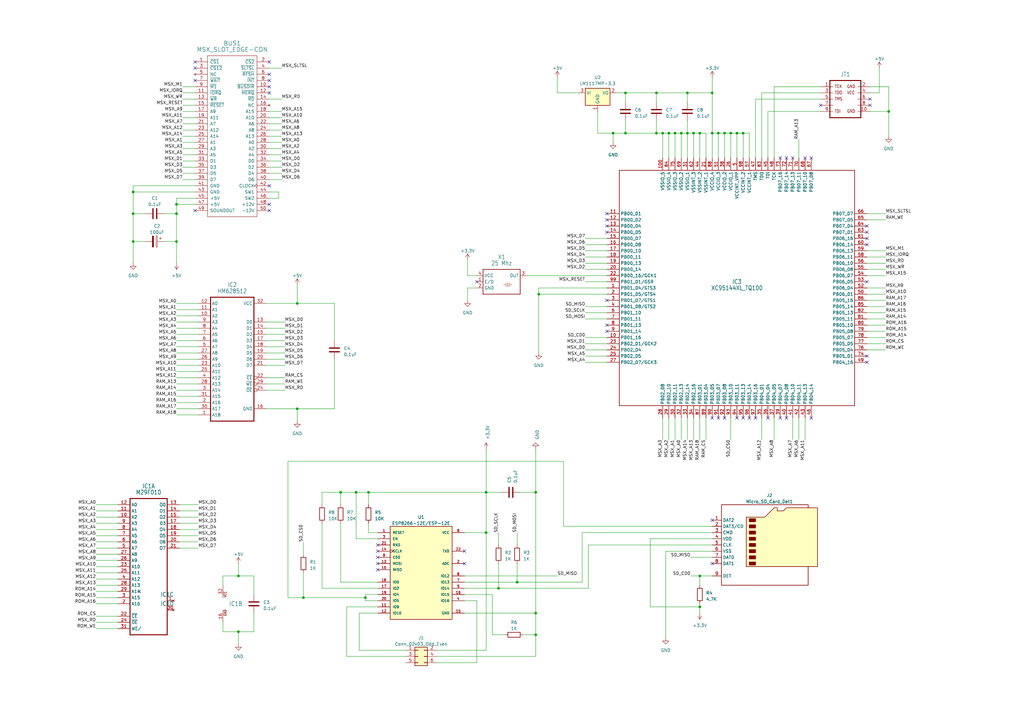
<source format=kicad_sch>
(kicad_sch (version 20230121) (generator eeschema)
  (paper "A3")
  (title_block (title "microSDMapper v1.1") (date "2023-03-20") (rev "1.1") (company "The Retro Hacker") (comment 1 "Original circuit by Luciano Sturaro") (comment 2 "Reloaded by Cristiano Goncalves") (comment 4 "microSD Mapper v1.1"))
  (junction (at 271.78 54.61))
  (junction (at 279.4 54.61))
  (junction (at 297.18 54.61))
  (junction (at 121.92 167.64))
  (junction (at 97.79 259.08))
  (junction (at 299.72 54.61))
  (junction (at 124.46 245.11))
  (junction (at 121.92 124.46))
  (junction (at 302.26 54.61))
  (junction (at 304.8 54.61))
  (junction (at 269.24 54.61))
  (junction (at 292.1 38.1))
  (junction (at 284.48 54.61))
  (junction (at 220.98 120.65))
  (junction (at 72.39 83.82))
  (junction (at 287.02 236.22))
  (junction (at 149.86 245.11))
  (junction (at 139.7 201.93))
  (junction (at 212.09 238.76))
  (junction (at 72.39 99.06))
  (junction (at 199.39 201.93))
  (junction (at 287.02 248.92))
  (junction (at 251.46 54.61))
  (junction (at 54.61 99.06))
  (junction (at 256.54 38.1))
  (junction (at 54.61 87.63))
  (junction (at 287.02 54.61))
  (junction (at 281.94 38.1))
  (junction (at 292.1 54.61))
  (junction (at 274.32 54.61))
  (junction (at 146.05 201.93))
  (junction (at 219.71 201.93))
  (junction (at 54.61 78.74))
  (junction (at 269.24 38.1))
  (junction (at 364.49 45.72))
  (junction (at 204.47 241.3))
  (junction (at 219.71 251.46))
  (junction (at 151.13 201.93))
  (junction (at 281.94 54.61))
  (junction (at 72.39 87.63))
  (junction (at 276.86 54.61))
  (junction (at 294.64 54.61))
  (junction (at 97.79 236.22))
  (junction (at 199.39 218.44))
  (junction (at 256.54 54.61))
  (junction (at 219.71 260.35))
  (no_connect (at 154.94 228.6))
  (no_connect (at 330.2 64.77))
  (no_connect (at 190.5 231.14))
  (no_connect (at 190.5 226.06))
  (no_connect (at 154.94 231.14))
  (no_connect (at 325.12 64.77))
  (no_connect (at 110.49 25.4))
  (no_connect (at 355.6 92.71))
  (no_connect (at 355.6 100.33))
  (no_connect (at 355.6 146.05))
  (no_connect (at 248.92 87.63))
  (no_connect (at 154.94 233.68))
  (no_connect (at 154.94 226.06))
  (no_connect (at 320.04 171.45))
  (no_connect (at 355.6 115.57))
  (no_connect (at 80.01 27.94))
  (no_connect (at 248.92 95.25))
  (no_connect (at 110.49 33.02))
  (no_connect (at 292.1 231.14))
  (no_connect (at 332.74 171.45))
  (no_connect (at 195.58 115.57))
  (no_connect (at 110.49 76.2))
  (no_connect (at 336.55 43.18))
  (no_connect (at 322.58 171.45))
  (no_connect (at 304.8 171.45))
  (no_connect (at 80.01 25.4))
  (no_connect (at 110.49 83.82))
  (no_connect (at 309.88 171.45))
  (no_connect (at 355.6 97.79))
  (no_connect (at 322.58 64.77))
  (no_connect (at 320.04 64.77))
  (no_connect (at 110.49 38.1))
  (no_connect (at 110.49 30.48))
  (no_connect (at 248.92 123.19))
  (no_connect (at 248.92 92.71))
  (no_connect (at 80.01 33.02))
  (no_connect (at 248.92 133.35))
  (no_connect (at 292.1 171.45))
  (no_connect (at 294.64 171.45))
  (no_connect (at 307.34 171.45))
  (no_connect (at 355.6 148.59))
  (no_connect (at 355.6 95.25))
  (no_connect (at 57.15 242.57))
  (no_connect (at 248.92 90.17))
  (no_connect (at 292.1 213.36))
  (no_connect (at 314.96 171.45))
  (no_connect (at 248.92 135.89))
  (no_connect (at 297.18 171.45))
  (no_connect (at 332.74 64.77))
  (no_connect (at 110.49 35.56))
  (no_connect (at 110.49 86.36))
  (no_connect (at 154.94 223.52))
  (no_connect (at 356.87 40.64))
  (no_connect (at 356.87 43.18))
  (no_connect (at 302.26 171.45))
  (no_connect (at 80.01 86.36))
  (wire (pts (xy 276.86 54.61) (xy 276.86 64.77)))
  (wire (pts (xy 240.03 128.27) (xy 248.92 128.27)))
  (wire (pts (xy 240.03 146.05) (xy 248.92 146.05)))
  (wire (pts (xy 355.6 120.65) (xy 363.22 120.65)))
  (wire (pts (xy 91.44 255.27) (xy 91.44 259.08)))
  (wire (pts (xy 74.93 48.26) (xy 80.01 48.26)))
  (wire (pts (xy 287.02 247.65) (xy 287.02 248.92)))
  (wire (pts (xy 231.14 215.9) (xy 231.14 189.23)))
  (wire (pts (xy 67.31 87.63) (xy 72.39 87.63)))
  (wire (pts (xy 72.39 162.56) (xy 81.28 162.56)))
  (wire (pts (xy 219.71 260.35) (xy 219.71 251.46)))
  (wire (pts (xy 166.37 269.24) (xy 142.24 269.24)))
  (wire (pts (xy 97.79 231.14) (xy 97.79 236.22)))
  (wire (pts (xy 109.22 142.24) (xy 116.84 142.24)))
  (wire (pts (xy 256.54 54.61) (xy 269.24 54.61)))
  (wire (pts (xy 292.1 31.75) (xy 292.1 38.1)))
  (wire (pts (xy 74.93 66.04) (xy 80.01 66.04)))
  (wire (pts (xy 219.71 201.93) (xy 219.71 251.46)))
  (wire (pts (xy 110.49 55.88) (xy 115.57 55.88)))
  (wire (pts (xy 110.49 68.58) (xy 115.57 68.58)))
  (wire (pts (xy 256.54 38.1) (xy 252.73 38.1)))
  (wire (pts (xy 355.6 102.87) (xy 363.22 102.87)))
  (wire (pts (xy 114.3 81.28) (xy 110.49 81.28)))
  (wire (pts (xy 294.64 54.61) (xy 292.1 54.61)))
  (wire (pts (xy 121.92 167.64) (xy 121.92 172.72)))
  (wire (pts (xy 146.05 220.98) (xy 154.94 220.98)))
  (wire (pts (xy 72.39 83.82) (xy 72.39 87.63)))
  (wire (pts (xy 214.63 260.35) (xy 219.71 260.35)))
  (wire (pts (xy 142.24 248.92) (xy 154.94 248.92)))
  (wire (pts (xy 219.71 269.24) (xy 219.71 260.35)))
  (wire (pts (xy 104.14 236.22) (xy 97.79 236.22)))
  (wire (pts (xy 204.47 241.3) (xy 241.3 241.3)))
  (wire (pts (xy 355.6 140.97) (xy 363.22 140.97)))
  (wire (pts (xy 245.11 54.61) (xy 251.46 54.61)))
  (wire (pts (xy 302.26 54.61) (xy 299.72 54.61)))
  (wire (pts (xy 237.49 38.1) (xy 228.6 38.1)))
  (wire (pts (xy 317.5 171.45) (xy 317.5 180.34)))
  (wire (pts (xy 72.39 129.54) (xy 81.28 129.54)))
  (wire (pts (xy 54.61 87.63) (xy 54.61 99.06)))
  (wire (pts (xy 231.14 189.23) (xy 118.11 189.23)))
  (wire (pts (xy 284.48 54.61) (xy 287.02 54.61)))
  (wire (pts (xy 110.49 50.8) (xy 115.57 50.8)))
  (wire (pts (xy 312.42 64.77) (xy 312.42 38.1)))
  (wire (pts (xy 72.39 83.82) (xy 80.01 83.82)))
  (wire (pts (xy 142.24 269.24) (xy 142.24 248.92)))
  (wire (pts (xy 240.03 107.95) (xy 248.92 107.95)))
  (wire (pts (xy 72.39 139.7) (xy 81.28 139.7)))
  (wire (pts (xy 151.13 201.93) (xy 199.39 201.93)))
  (wire (pts (xy 110.49 58.42) (xy 115.57 58.42)))
  (wire (pts (xy 39.37 214.63) (xy 48.26 214.63)))
  (wire (pts (xy 74.93 71.12) (xy 80.01 71.12)))
  (wire (pts (xy 281.94 54.61) (xy 284.48 54.61)))
  (wire (pts (xy 287.02 171.45) (xy 287.02 180.34)))
  (wire (pts (xy 251.46 58.42) (xy 251.46 54.61)))
  (wire (pts (xy 299.72 171.45) (xy 299.72 180.34)))
  (wire (pts (xy 73.66 222.25) (xy 81.28 222.25)))
  (wire (pts (xy 355.6 87.63) (xy 363.22 87.63)))
  (wire (pts (xy 213.36 201.93) (xy 219.71 201.93)))
  (wire (pts (xy 80.01 81.28) (xy 72.39 81.28)))
  (wire (pts (xy 281.94 38.1) (xy 281.94 41.91)))
  (wire (pts (xy 118.11 245.11) (xy 124.46 245.11)))
  (wire (pts (xy 289.56 64.77) (xy 289.56 54.61)))
  (wire (pts (xy 309.88 64.77) (xy 309.88 40.64)))
  (wire (pts (xy 121.92 116.84) (xy 121.92 124.46)))
  (wire (pts (xy 146.05 201.93) (xy 146.05 220.98)))
  (wire (pts (xy 72.39 152.4) (xy 81.28 152.4)))
  (wire (pts (xy 121.92 124.46) (xy 137.16 124.46)))
  (wire (pts (xy 72.39 137.16) (xy 81.28 137.16)))
  (wire (pts (xy 109.22 160.02) (xy 116.84 160.02)))
  (wire (pts (xy 240.03 100.33) (xy 248.92 100.33)))
  (wire (pts (xy 39.37 252.73) (xy 48.26 252.73)))
  (wire (pts (xy 355.6 143.51) (xy 363.22 143.51)))
  (wire (pts (xy 179.07 266.7) (xy 199.39 266.7)))
  (wire (pts (xy 266.7 248.92) (xy 287.02 248.92)))
  (wire (pts (xy 109.22 157.48) (xy 116.84 157.48)))
  (wire (pts (xy 355.6 128.27) (xy 363.22 128.27)))
  (wire (pts (xy 110.49 53.34) (xy 115.57 53.34)))
  (wire (pts (xy 355.6 123.19) (xy 363.22 123.19)))
  (wire (pts (xy 149.86 246.38) (xy 149.86 245.11)))
  (wire (pts (xy 220.98 118.11) (xy 220.98 120.65)))
  (wire (pts (xy 110.49 73.66) (xy 115.57 73.66)))
  (wire (pts (xy 39.37 209.55) (xy 48.26 209.55)))
  (wire (pts (xy 154.94 218.44) (xy 151.13 218.44)))
  (wire (pts (xy 212.09 238.76) (xy 238.76 238.76)))
  (wire (pts (xy 190.5 236.22) (xy 228.6 236.22)))
  (wire (pts (xy 97.79 259.08) (xy 104.14 259.08)))
  (wire (pts (xy 297.18 54.61) (xy 294.64 54.61)))
  (wire (pts (xy 118.11 189.23) (xy 118.11 245.11)))
  (wire (pts (xy 204.47 218.44) (xy 204.47 223.52)))
  (wire (pts (xy 139.7 201.93) (xy 146.05 201.93)))
  (wire (pts (xy 124.46 222.25) (xy 124.46 227.33)))
  (wire (pts (xy 317.5 35.56) (xy 336.55 35.56)))
  (wire (pts (xy 74.93 58.42) (xy 80.01 58.42)))
  (wire (pts (xy 201.93 243.84) (xy 201.93 260.35)))
  (wire (pts (xy 279.4 54.61) (xy 279.4 64.77)))
  (wire (pts (xy 147.32 266.7) (xy 147.32 251.46)))
  (wire (pts (xy 72.39 160.02) (xy 81.28 160.02)))
  (wire (pts (xy 114.3 78.74) (xy 114.3 81.28)))
  (wire (pts (xy 276.86 171.45) (xy 276.86 180.34)))
  (wire (pts (xy 281.94 171.45) (xy 281.94 180.34)))
  (wire (pts (xy 132.08 207.01) (xy 132.08 201.93)))
  (wire (pts (xy 314.96 45.72) (xy 336.55 45.72)))
  (wire (pts (xy 240.03 140.97) (xy 248.92 140.97)))
  (wire (pts (xy 110.49 78.74) (xy 114.3 78.74)))
  (wire (pts (xy 73.66 224.79) (xy 81.28 224.79)))
  (wire (pts (xy 74.93 50.8) (xy 80.01 50.8)))
  (wire (pts (xy 302.26 54.61) (xy 302.26 64.77)))
  (wire (pts (xy 195.58 246.38) (xy 195.58 271.78)))
  (wire (pts (xy 139.7 238.76) (xy 139.7 214.63)))
  (wire (pts (xy 72.39 149.86) (xy 81.28 149.86)))
  (wire (pts (xy 149.86 245.11) (xy 149.86 243.84)))
  (wire (pts (xy 195.58 271.78) (xy 179.07 271.78)))
  (wire (pts (xy 72.39 132.08) (xy 81.28 132.08)))
  (wire (pts (xy 269.24 49.53) (xy 269.24 54.61)))
  (wire (pts (xy 199.39 201.93) (xy 199.39 184.15)))
  (wire (pts (xy 292.1 54.61) (xy 292.1 38.1)))
  (wire (pts (xy 72.39 147.32) (xy 81.28 147.32)))
  (wire (pts (xy 283.21 228.6) (xy 292.1 228.6)))
  (wire (pts (xy 74.93 53.34) (xy 80.01 53.34)))
  (wire (pts (xy 294.64 64.77) (xy 294.64 54.61)))
  (wire (pts (xy 240.03 105.41) (xy 248.92 105.41)))
  (wire (pts (xy 238.76 218.44) (xy 238.76 238.76)))
  (wire (pts (xy 245.11 54.61) (xy 245.11 45.72)))
  (wire (pts (xy 39.37 257.81) (xy 48.26 257.81)))
  (wire (pts (xy 287.02 236.22) (xy 287.02 240.03)))
  (wire (pts (xy 287.02 248.92) (xy 287.02 251.46)))
  (wire (pts (xy 72.39 134.62) (xy 81.28 134.62)))
  (wire (pts (xy 355.6 138.43) (xy 363.22 138.43)))
  (wire (pts (xy 355.6 135.89) (xy 363.22 135.89)))
  (wire (pts (xy 74.93 63.5) (xy 80.01 63.5)))
  (wire (pts (xy 72.39 99.06) (xy 72.39 107.95)))
  (wire (pts (xy 80.01 76.2) (xy 54.61 76.2)))
  (wire (pts (xy 292.1 226.06) (xy 273.05 226.06)))
  (wire (pts (xy 110.49 71.12) (xy 115.57 71.12)))
  (wire (pts (xy 72.39 142.24) (xy 81.28 142.24)))
  (wire (pts (xy 240.03 110.49) (xy 248.92 110.49)))
  (wire (pts (xy 355.6 130.81) (xy 363.22 130.81)))
  (wire (pts (xy 297.18 54.61) (xy 297.18 64.77)))
  (wire (pts (xy 72.39 157.48) (xy 81.28 157.48)))
  (wire (pts (xy 72.39 170.18) (xy 81.28 170.18)))
  (wire (pts (xy 304.8 54.61) (xy 302.26 54.61)))
  (wire (pts (xy 166.37 266.7) (xy 147.32 266.7)))
  (wire (pts (xy 356.87 35.56) (xy 364.49 35.56)))
  (wire (pts (xy 312.42 171.45) (xy 312.42 180.34)))
  (wire (pts (xy 271.78 54.61) (xy 274.32 54.61)))
  (wire (pts (xy 287.02 236.22) (xy 292.1 236.22)))
  (wire (pts (xy 149.86 243.84) (xy 154.94 243.84)))
  (wire (pts (xy 284.48 171.45) (xy 284.48 180.34)))
  (wire (pts (xy 110.49 48.26) (xy 115.57 48.26)))
  (wire (pts (xy 274.32 54.61) (xy 276.86 54.61)))
  (wire (pts (xy 104.14 259.08) (xy 104.14 251.46)))
  (wire (pts (xy 190.5 243.84) (xy 201.93 243.84)))
  (wire (pts (xy 109.22 154.94) (xy 116.84 154.94)))
  (wire (pts (xy 110.49 40.64) (xy 115.57 40.64)))
  (wire (pts (xy 274.32 54.61) (xy 274.32 64.77)))
  (wire (pts (xy 289.56 171.45) (xy 289.56 180.34)))
  (wire (pts (xy 72.39 154.94) (xy 81.28 154.94)))
  (wire (pts (xy 292.1 64.77) (xy 292.1 54.61)))
  (wire (pts (xy 39.37 229.87) (xy 48.26 229.87)))
  (wire (pts (xy 364.49 45.72) (xy 364.49 55.88)))
  (wire (pts (xy 39.37 234.95) (xy 48.26 234.95)))
  (wire (pts (xy 39.37 255.27) (xy 48.26 255.27)))
  (wire (pts (xy 251.46 54.61) (xy 256.54 54.61)))
  (wire (pts (xy 231.14 215.9) (xy 292.1 215.9)))
  (wire (pts (xy 179.07 269.24) (xy 219.71 269.24)))
  (wire (pts (xy 271.78 171.45) (xy 271.78 180.34)))
  (wire (pts (xy 109.22 137.16) (xy 116.84 137.16)))
  (wire (pts (xy 39.37 232.41) (xy 48.26 232.41)))
  (wire (pts (xy 195.58 113.03) (xy 191.77 113.03)))
  (wire (pts (xy 240.03 130.81) (xy 248.92 130.81)))
  (wire (pts (xy 109.22 124.46) (xy 121.92 124.46)))
  (wire (pts (xy 355.6 107.95) (xy 363.22 107.95)))
  (wire (pts (xy 228.6 38.1) (xy 228.6 31.75)))
  (wire (pts (xy 124.46 245.11) (xy 149.86 245.11)))
  (wire (pts (xy 110.49 60.96) (xy 115.57 60.96)))
  (wire (pts (xy 73.66 212.09) (xy 81.28 212.09)))
  (wire (pts (xy 39.37 247.65) (xy 48.26 247.65)))
  (wire (pts (xy 240.03 97.79) (xy 248.92 97.79)))
  (wire (pts (xy 54.61 78.74) (xy 54.61 87.63)))
  (wire (pts (xy 109.22 139.7) (xy 116.84 139.7)))
  (wire (pts (xy 317.5 64.77) (xy 317.5 35.56)))
  (wire (pts (xy 190.5 241.3) (xy 204.47 241.3)))
  (wire (pts (xy 191.77 113.03) (xy 191.77 106.68)))
  (wire (pts (xy 137.16 147.32) (xy 137.16 167.64)))
  (wire (pts (xy 248.92 118.11) (xy 220.98 118.11)))
  (wire (pts (xy 240.03 115.57) (xy 248.92 115.57)))
  (wire (pts (xy 39.37 237.49) (xy 48.26 237.49)))
  (wire (pts (xy 279.4 171.45) (xy 279.4 180.34)))
  (wire (pts (xy 287.02 54.61) (xy 289.56 54.61)))
  (wire (pts (xy 274.32 171.45) (xy 274.32 180.34)))
  (wire (pts (xy 132.08 201.93) (xy 139.7 201.93)))
  (wire (pts (xy 72.39 87.63) (xy 72.39 99.06)))
  (wire (pts (xy 307.34 54.61) (xy 304.8 54.61)))
  (wire (pts (xy 190.5 251.46) (xy 219.71 251.46)))
  (wire (pts (xy 248.92 120.65) (xy 220.98 120.65)))
  (wire (pts (xy 39.37 222.25) (xy 48.26 222.25)))
  (wire (pts (xy 276.86 54.61) (xy 279.4 54.61)))
  (wire (pts (xy 146.05 201.93) (xy 151.13 201.93)))
  (wire (pts (xy 266.7 220.98) (xy 266.7 248.92)))
  (wire (pts (xy 132.08 241.3) (xy 154.94 241.3)))
  (wire (pts (xy 355.6 118.11) (xy 363.22 118.11)))
  (wire (pts (xy 220.98 120.65) (xy 220.98 144.78)))
  (wire (pts (xy 109.22 149.86) (xy 116.84 149.86)))
  (wire (pts (xy 39.37 217.17) (xy 48.26 217.17)))
  (wire (pts (xy 190.5 238.76) (xy 212.09 238.76)))
  (wire (pts (xy 269.24 38.1) (xy 281.94 38.1)))
  (wire (pts (xy 110.49 27.94) (xy 115.57 27.94)))
  (wire (pts (xy 240.03 125.73) (xy 248.92 125.73)))
  (wire (pts (xy 39.37 212.09) (xy 48.26 212.09)))
  (wire (pts (xy 132.08 241.3) (xy 132.08 214.63)))
  (wire (pts (xy 240.03 148.59) (xy 248.92 148.59)))
  (wire (pts (xy 109.22 134.62) (xy 116.84 134.62)))
  (wire (pts (xy 195.58 118.11) (xy 191.77 118.11)))
  (wire (pts (xy 287.02 54.61) (xy 287.02 64.77)))
  (wire (pts (xy 355.6 105.41) (xy 363.22 105.41)))
  (wire (pts (xy 283.21 236.22) (xy 287.02 236.22)))
  (wire (pts (xy 304.8 54.61) (xy 304.8 64.77)))
  (wire (pts (xy 355.6 110.49) (xy 363.22 110.49)))
  (wire (pts (xy 147.32 251.46) (xy 154.94 251.46)))
  (wire (pts (xy 269.24 54.61) (xy 271.78 54.61)))
  (wire (pts (xy 314.96 64.77) (xy 314.96 45.72)))
  (wire (pts (xy 279.4 54.61) (xy 281.94 54.61)))
  (wire (pts (xy 325.12 171.45) (xy 325.12 180.34)))
  (wire (pts (xy 73.66 209.55) (xy 81.28 209.55)))
  (wire (pts (xy 327.66 171.45) (xy 327.66 180.34)))
  (wire (pts (xy 74.93 55.88) (xy 80.01 55.88)))
  (wire (pts (xy 269.24 38.1) (xy 269.24 41.91)))
  (wire (pts (xy 327.66 57.15) (xy 327.66 64.77)))
  (wire (pts (xy 360.68 38.1) (xy 356.87 38.1)))
  (wire (pts (xy 73.66 207.01) (xy 81.28 207.01)))
  (wire (pts (xy 72.39 127) (xy 81.28 127)))
  (wire (pts (xy 39.37 240.03) (xy 48.26 240.03)))
  (wire (pts (xy 110.49 66.04) (xy 115.57 66.04)))
  (wire (pts (xy 212.09 218.44) (xy 212.09 223.52)))
  (wire (pts (xy 67.31 99.06) (xy 72.39 99.06)))
  (wire (pts (xy 292.1 38.1) (xy 281.94 38.1)))
  (wire (pts (xy 256.54 38.1) (xy 269.24 38.1)))
  (wire (pts (xy 72.39 165.1) (xy 81.28 165.1)))
  (wire (pts (xy 204.47 231.14) (xy 204.47 241.3)))
  (wire (pts (xy 72.39 124.46) (xy 81.28 124.46)))
  (wire (pts (xy 39.37 219.71) (xy 48.26 219.71)))
  (wire (pts (xy 74.93 40.64) (xy 80.01 40.64)))
  (wire (pts (xy 355.6 90.17) (xy 363.22 90.17)))
  (wire (pts (xy 241.3 223.52) (xy 292.1 223.52)))
  (wire (pts (xy 137.16 124.46) (xy 137.16 139.7)))
  (wire (pts (xy 139.7 207.01) (xy 139.7 201.93)))
  (wire (pts (xy 307.34 64.77) (xy 307.34 54.61)))
  (wire (pts (xy 54.61 76.2) (xy 54.61 78.74)))
  (wire (pts (xy 39.37 227.33) (xy 48.26 227.33)))
  (wire (pts (xy 191.77 118.11) (xy 191.77 123.19)))
  (wire (pts (xy 121.92 167.64) (xy 109.22 167.64)))
  (wire (pts (xy 360.68 27.94) (xy 360.68 38.1)))
  (wire (pts (xy 109.22 132.08) (xy 116.84 132.08)))
  (wire (pts (xy 330.2 171.45) (xy 330.2 180.34)))
  (wire (pts (xy 212.09 231.14) (xy 212.09 238.76)))
  (wire (pts (xy 309.88 40.64) (xy 336.55 40.64)))
  (wire (pts (xy 97.79 259.08) (xy 97.79 264.16)))
  (wire (pts (xy 72.39 144.78) (xy 81.28 144.78)))
  (wire (pts (xy 240.03 143.51) (xy 248.92 143.51)))
  (wire (pts (xy 74.93 43.18) (xy 80.01 43.18)))
  (wire (pts (xy 355.6 133.35) (xy 363.22 133.35)))
  (wire (pts (xy 299.72 54.61) (xy 297.18 54.61)))
  (wire (pts (xy 137.16 167.64) (xy 121.92 167.64)))
  (wire (pts (xy 109.22 144.78) (xy 116.84 144.78)))
  (wire (pts (xy 151.13 201.93) (xy 151.13 207.01)))
  (wire (pts (xy 199.39 201.93) (xy 199.39 218.44)))
  (wire (pts (xy 110.49 63.5) (xy 115.57 63.5)))
  (wire (pts (xy 73.66 217.17) (xy 81.28 217.17)))
  (wire (pts (xy 273.05 226.06) (xy 273.05 261.62)))
  (wire (pts (xy 104.14 243.84) (xy 104.14 236.22)))
  (wire (pts (xy 73.66 219.71) (xy 81.28 219.71)))
  (wire (pts (xy 39.37 224.79) (xy 48.26 224.79)))
  (wire (pts (xy 292.1 220.98) (xy 266.7 220.98)))
  (wire (pts (xy 54.61 87.63) (xy 59.69 87.63)))
  (wire (pts (xy 190.5 246.38) (xy 195.58 246.38)))
  (wire (pts (xy 281.94 54.61) (xy 281.94 64.77)))
  (wire (pts (xy 54.61 99.06) (xy 54.61 107.95)))
  (wire (pts (xy 201.93 260.35) (xy 207.01 260.35)))
  (wire (pts (xy 240.03 102.87) (xy 248.92 102.87)))
  (wire (pts (xy 356.87 45.72) (xy 364.49 45.72)))
  (wire (pts (xy 256.54 49.53) (xy 256.54 54.61)))
  (wire (pts (xy 72.39 167.64) (xy 81.28 167.64)))
  (wire (pts (xy 219.71 201.93) (xy 219.71 184.15)))
  (wire (pts (xy 72.39 81.28) (xy 72.39 83.82)))
  (wire (pts (xy 151.13 218.44) (xy 151.13 214.63)))
  (wire (pts (xy 74.93 73.66) (xy 80.01 73.66)))
  (wire (pts (xy 39.37 242.57) (xy 48.26 242.57)))
  (wire (pts (xy 91.44 236.22) (xy 91.44 240.03)))
  (wire (pts (xy 74.93 45.72) (xy 80.01 45.72)))
  (wire (pts (xy 364.49 35.56) (xy 364.49 45.72)))
  (wire (pts (xy 74.93 38.1) (xy 80.01 38.1)))
  (wire (pts (xy 74.93 60.96) (xy 80.01 60.96)))
  (wire (pts (xy 74.93 35.56) (xy 80.01 35.56)))
  (wire (pts (xy 271.78 54.61) (xy 271.78 64.77)))
  (wire (pts (xy 241.3 223.52) (xy 241.3 241.3)))
  (wire (pts (xy 110.49 45.72) (xy 115.57 45.72)))
  (wire (pts (xy 199.39 266.7) (xy 199.39 218.44)))
  (wire (pts (xy 154.94 238.76) (xy 139.7 238.76)))
  (wire (pts (xy 240.03 138.43) (xy 248.92 138.43)))
  (wire (pts (xy 355.6 125.73) (xy 363.22 125.73)))
  (wire (pts (xy 54.61 99.06) (xy 59.69 99.06)))
  (wire (pts (xy 154.94 246.38) (xy 149.86 246.38)))
  (wire (pts (xy 199.39 201.93) (xy 205.74 201.93)))
  (wire (pts (xy 109.22 147.32) (xy 116.84 147.32)))
  (wire (pts (xy 215.9 113.03) (xy 248.92 113.03)))
  (wire (pts (xy 97.79 236.22) (xy 91.44 236.22)))
  (wire (pts (xy 39.37 207.01) (xy 48.26 207.01)))
  (wire (pts (xy 124.46 234.95) (xy 124.46 245.11)))
  (wire (pts (xy 355.6 113.03) (xy 363.22 113.03)))
  (wire (pts (xy 312.42 38.1) (xy 336.55 38.1)))
  (wire (pts (xy 299.72 54.61) (xy 299.72 64.77)))
  (wire (pts (xy 284.48 54.61) (xy 284.48 64.77)))
  (wire (pts (xy 73.66 214.63) (xy 81.28 214.63)))
  (wire (pts (xy 256.54 38.1) (xy 256.54 41.91)))
  (wire (pts (xy 238.76 218.44) (xy 292.1 218.44)))
  (wire (pts (xy 39.37 245.11) (xy 48.26 245.11)))
  (wire (pts (xy 74.93 68.58) (xy 80.01 68.58)))
  (wire (pts (xy 199.39 218.44) (xy 190.5 218.44)))
  (wire (pts (xy 281.94 49.53) (xy 281.94 54.61)))
  (wire (pts (xy 91.44 259.08) (xy 97.79 259.08)))
  (wire (pts (xy 54.61 78.74) (xy 80.01 78.74)))
  (label "MSX_D6" (at 240.03 100.33 180))
  (label "MSX_A9" (at 39.37 229.87 180))
  (label "MSX_A0" (at 39.37 207.01 180))
  (label "SD_CS0" (at 299.72 180.34 270) (effects (font (size 1.2446 1.2446))))
  (label "MSX_A8" (at 39.37 227.33 180))
  (label "MSX_D2" (at 240.03 110.49 180))
  (label "MSX_D0" (at 115.57 66.04 0))
  (label "MSX_A11" (at 74.93 48.26 180))
  (label "MSX_A0" (at 115.57 58.42 0))
  (label "MSX_A3" (at 39.37 214.63 180))
  (label "MSX_A1" (at 72.39 127 180))
  (label "ROM_A15" (at 363.22 135.89 0))
  (label "MSX_A4" (at 115.57 63.5 0))
  (label "MSX_D1" (at 74.93 66.04 180))
  (label "MSX_D1" (at 116.84 134.62 0))
  (label "MSX_A4" (at 240.03 148.59 180))
  (label "RAM_A15" (at 363.22 128.27 0))
  (label "RAM_A16" (at 363.22 125.73 0))
  (label "MSX_D6" (at 116.84 147.32 0))
  (label "SD_SCLK" (at 204.47 218.44 90) (effects (font (size 1.2446 1.2446))))
  (label "RAM_WE" (at 116.84 157.48 0))
  (label "MSX_A8" (at 317.5 180.34 270))
  (label "MSX_A1" (at 276.86 180.34 270))
  (label "MSX_A14" (at 74.93 55.88 180))
  (label "MSX_M1" (at 363.22 102.87 0))
  (label "MSX_RESET" (at 74.93 43.18 180))
  (label "MSX_IORQ" (at 74.93 38.1 180))
  (label "MSX_A10" (at 115.57 48.26 0))
  (label "MSX_A14" (at 281.94 180.34 270))
  (label "RAM_CS" (at 289.56 180.34 270))
  (label "MSX_A13" (at 115.57 55.88 0))
  (label "MSX_A3" (at 74.93 60.96 180))
  (label "MSX_A3" (at 72.39 132.08 180))
  (label "MSX_D6" (at 81.28 222.25 0))
  (label "MSX_RD" (at 39.37 255.27 180))
  (label "ROM_A14" (at 39.37 242.57 180))
  (label "RAM_CS" (at 116.84 154.94 0))
  (label "MSX_RD" (at 115.57 40.64 0))
  (label "MSX_D7" (at 81.28 224.79 0))
  (label "MSX_A7" (at 74.93 50.8 180))
  (label "RAM_A13" (at 327.66 57.15 90))
  (label "MSX_D0" (at 81.28 207.01 0))
  (label "MSX_WR" (at 74.93 40.64 180))
  (label "MSX_D5" (at 116.84 144.78 0))
  (label "ROM_WE" (at 363.22 143.51 0) (effects (font (size 1.2446 1.2446))))
  (label "MSX_A8" (at 115.57 53.34 0))
  (label "MSX_D4" (at 240.03 105.41 180))
  (label "MSX_A13" (at 284.48 180.34 270))
  (label "SD_CD0" (at 283.21 236.22 180) (effects (font (size 1.2446 1.2446))))
  (label "MSX_D3" (at 74.93 68.58 180))
  (label "ROM_A16" (at 363.22 133.35 0))
  (label "ROM_A16" (at 39.37 247.65 180))
  (label "MSX_D7" (at 74.93 73.66 180))
  (label "MSX_D2" (at 116.84 137.16 0))
  (label "RAM_A14" (at 72.39 160.02 180))
  (label "MSX_D1" (at 81.28 209.55 0))
  (label "MSX_A7" (at 325.12 180.34 270))
  (label "ROM_CS" (at 363.22 140.97 0) (effects (font (size 1.2446 1.2446))))
  (label "MSX_RD" (at 116.84 160.02 0))
  (label "ROM_WE" (at 39.37 257.81 180))
  (label "MSX_A0" (at 279.4 180.34 270))
  (label "MSX_A2" (at 115.57 60.96 0))
  (label "MSX_A2" (at 274.32 180.34 270))
  (label "MSX_D2" (at 115.57 68.58 0))
  (label "MSX_A12" (at 74.93 53.34 180))
  (label "MSX_A4" (at 72.39 134.62 180))
  (label "MSX_A7" (at 39.37 224.79 180))
  (label "SD_SCLK" (at 240.03 128.27 180) (effects (font (size 1.2446 1.2446))))
  (label "MSX_D2" (at 81.28 212.09 0))
  (label "MSX_A11" (at 72.39 152.4 180))
  (label "SD_MOSI" (at 212.09 218.44 90) (effects (font (size 1.2446 1.2446))))
  (label "MSX_A0" (at 72.39 124.46 180))
  (label "MSX_A10" (at 363.22 120.65 0))
  (label "MSX_A5" (at 72.39 137.16 180))
  (label "ROM_CS" (at 39.37 252.73 180))
  (label "MSX_D6" (at 115.57 73.66 0))
  (label "MSX_A12" (at 72.39 154.94 180))
  (label "RAM_A17" (at 363.22 123.19 0))
  (label "RAM_A18" (at 287.02 180.34 270))
  (label "MSX_D5" (at 240.03 102.87 180))
  (label "MSX_A10" (at 72.39 149.86 180))
  (label "MSX_D4" (at 116.84 142.24 0))
  (label "MSX_D5" (at 74.93 71.12 180))
  (label "SD_MOSI" (at 240.03 130.81 180) (effects (font (size 1.2446 1.2446))))
  (label "MSX_M1" (at 74.93 35.56 180))
  (label "MSX_A13" (at 39.37 240.03 180))
  (label "MSX_A2" (at 39.37 212.09 180))
  (label "SD_CS0" (at 124.46 222.25 90) (effects (font (size 1.2446 1.2446))))
  (label "MSX_D3" (at 81.28 214.63 0))
  (label "MSX_SLTSL" (at 363.22 87.63 0))
  (label "SD_MISO" (at 228.6 236.22 0) (effects (font (size 1.2446 1.2446))))
  (label "MSX_D7" (at 240.03 97.79 180))
  (label "MSX_A5" (at 39.37 219.71 180))
  (label "MSX_A6" (at 72.39 139.7 180))
  (label "MSX_WR" (at 363.22 110.49 0))
  (label "RAM_A18" (at 72.39 170.18 180))
  (label "ROM_A15" (at 39.37 245.11 180))
  (label "MSX_A6" (at 39.37 222.25 180))
  (label "MSX_A10" (at 39.37 232.41 180))
  (label "MSX_D0" (at 116.84 132.08 0))
  (label "RAM_A13" (at 72.39 157.48 180))
  (label "MSX_A15" (at 363.22 113.03 0))
  (label "MSX_A9" (at 74.93 45.72 180))
  (label "MSX_D4" (at 81.28 217.17 0))
  (label "MSX_SLTSL" (at 115.57 27.94 0))
  (label "MSX_A1" (at 39.37 209.55 180))
  (label "RAM_A14" (at 363.22 130.81 0))
  (label "MSX_D1" (at 240.03 140.97 180))
  (label "MSX_A1" (at 74.93 58.42 180))
  (label "MSX_A9" (at 72.39 147.32 180))
  (label "RAM_A17" (at 72.39 167.64 180))
  (label "ROM_A14" (at 363.22 138.43 0))
  (label "MSX_A9" (at 363.22 118.11 0))
  (label "SD_CD0" (at 240.03 138.43 180) (effects (font (size 1.2446 1.2446))))
  (label "MSX_A4" (at 39.37 217.17 180))
  (label "RAM_A15" (at 72.39 162.56 180))
  (label "MSX_D5" (at 81.28 219.71 0))
  (label "SD_MISO" (at 240.03 125.73 180) (effects (font (size 1.2446 1.2446))))
  (label "MSX_A8" (at 72.39 144.78 180))
  (label "MSX_IORQ" (at 363.22 105.41 0))
  (label "MSX_A11" (at 39.37 234.95 180))
  (label "MSX_A6" (at 115.57 50.8 0))
  (label "MSX_RESET" (at 240.03 115.57 180))
  (label "MSX_A15" (at 115.57 45.72 0))
  (label "MSX_A11" (at 330.2 180.34 270))
  (label "MSX_D7" (at 116.84 149.86 0))
  (label "MSX_A3" (at 271.78 180.34 270))
  (label "MSX_A12" (at 312.42 180.34 270))
  (label "SD_MISO" (at 283.21 228.6 180) (effects (font (size 1.2446 1.2446))))
  (label "MSX_RD" (at 363.22 107.95 0))
  (label "MSX_D3" (at 240.03 107.95 180))
  (label "MSX_A5" (at 240.03 146.05 180))
  (label "MSX_D0" (at 240.03 143.51 180))
  (label "MSX_A7" (at 72.39 142.24 180))
  (label "MSX_A2" (at 72.39 129.54 180))
  (label "MSX_A12" (at 39.37 237.49 180))
  (label "MSX_D3" (at 116.84 139.7 0))
  (label "MSX_A6" (at 327.66 180.34 270))
  (label "MSX_A5" (at 74.93 63.5 180))
  (label "MSX_D4" (at 115.57 71.12 0))
  (label "RAM_WE" (at 363.22 90.17 0) (effects (font (size 1.2446 1.2446))))
  (label "RAM_A16" (at 72.39 165.1 180))
  (symbol (lib_id "CRISAG:Micro_SD_Card_Det1") (at 314.96 223.52 0) (unit 1)
    (property "Reference" "J2" (at 315.595 203.2 0))
    (property "Value" "Micro_SD_Card_Det1" (at 315.595 205.74 0))
    (property "Footprint" "libraries:Conn_uSDcard" (effects hide))
    (property "Datasheet" "https://datasheet.lcsc.com/lcsc/2110151630_XKB-Connectivity-XKTF-015-N_C381082.pdf" (effects hide))
  )
  (symbol (lib_id "Device:C") (at 281.94 45.72 0) (unit 1)
    (property "Reference" "C8" (at 285.75 45.085 0) (effects (justify left)))
    (property "Value" "0.1uF" (at 285.75 47.625 0) (effects (justify left)))
    (property "Footprint" "Capacitor_SMD:C_0603_1608Metric_Pad1.08x0.95mm_HandSolder" (effects hide))
  )
  (symbol (lib_id "power:GND") (at 251.46 58.42 0) (unit 1)
    (property "Reference" "#PWR013" (effects hide))
    (property "Value" "GND" (at 251.46 63.5 0))
  )
  (symbol (lib_id "Device:R") (at 132.08 210.82 180) (unit 1)
    (property "Reference" "R8" (at 134.62 210.185 0) (effects (justify right)))
    (property "Value" "10K" (at 134.62 212.725 0) (effects (justify right)))
    (property "Footprint" "Resistor_SMD:R_0603_1608Metric_Pad0.98x0.95mm_HandSolder" (effects hide))
  )
  (symbol (lib_id "Device:C") (at 137.16 143.51 0) (unit 1)
    (property "Reference" "C4" (at 140.97 142.875 0) (effects (justify left)))
    (property "Value" "0.1uF" (at 140.97 145.415 0) (effects (justify left)))
    (property "Footprint" "Capacitor_SMD:C_0603_1608Metric_Pad1.08x0.95mm_HandSolder" (effects hide))
  )
  (symbol (lib_id "power:+3.3V") (at 191.77 106.68 0) (unit 1)
    (property "Reference" "#PWR07" (effects hide))
    (property "Value" "+3.3V" (at 191.77 102.87 0))
  )
  (symbol (lib_id "Device:C") (at 269.24 45.72 0) (unit 1)
    (property "Reference" "C7" (at 273.05 45.085 0) (effects (justify left)))
    (property "Value" "0.1uF" (at 273.05 47.625 0) (effects (justify left)))
    (property "Footprint" "Capacitor_SMD:C_0603_1608Metric_Pad1.08x0.95mm_HandSolder" (effects hide))
  )
  (symbol (lib_id "CRISAG:AM29F010B") (at 68.58 246.38 180) (unit 3)
    (property "Reference" "IC1" (at 68.58 243.84 0) (effects (font (size 1.778 1.5113))))
    (property "Value" "M29F010" (effects hide))
    (property "Footprint" "Package_LCC:PLCC-32_11.4x14.0mm_P1.27mm" (effects hide))
  )
  (symbol (lib_id "Device:C") (at 256.54 45.72 0) (unit 1)
    (property "Reference" "C6" (at 260.35 45.085 0) (effects (justify left)))
    (property "Value" "0.1uF" (at 260.35 47.625 0) (effects (justify left)))
    (property "Footprint" "Capacitor_SMD:C_0603_1608Metric_Pad1.08x0.95mm_HandSolder" (effects hide))
  )
  (symbol (lib_id "Device:C") (at 209.55 201.93 90) (unit 1)
    (property "Reference" "C5" (at 208.915 198.12 0) (effects (justify left)))
    (property "Value" "0.1uF" (at 211.455 198.12 0) (effects (justify left)))
    (property "Footprint" "Capacitor_SMD:C_0603_1608Metric_Pad1.08x0.95mm_HandSolder" (effects hide))
  )
  (symbol (lib_id "Device:C") (at 63.5 87.63 90) (unit 1)
    (property "Reference" "C1" (at 63.5 81.28 90))
    (property "Value" "0.1uF" (at 63.5 83.82 90))
    (property "Footprint" "Capacitor_SMD:C_0603_1608Metric_Pad1.08x0.95mm_HandSolder" (effects hide))
  )
  (symbol (lib_id "CRISAG:AM29F010B") (at 91.44 247.65 0) (unit 2)
    (property "Reference" "IC1" (at 93.98 247.6376 0) (effects (font (size 1.778 1.5113)) (justify left)))
    (property "Value" "M29F010" (effects hide))
    (property "Footprint" "Package_LCC:PLCC-32_11.4x14.0mm_P1.27mm" (effects hide))
  )
  (symbol (lib_id "Device:R") (at 204.47 227.33 180) (unit 1)
    (property "Reference" "R2" (at 207.01 226.695 0) (effects (justify right)))
    (property "Value" "1K" (at 207.01 229.235 0) (effects (justify right)))
    (property "Footprint" "Resistor_SMD:R_0603_1608Metric_Pad0.98x0.95mm_HandSolder" (effects hide))
  )
  (symbol (lib_id "Device:R") (at 151.13 210.82 180) (unit 1)
    (property "Reference" "R5" (at 153.67 210.185 0) (effects (justify right)))
    (property "Value" "10K" (at 153.67 212.725 0) (effects (justify right)))
    (property "Footprint" "Resistor_SMD:R_0603_1608Metric_Pad0.98x0.95mm_HandSolder" (effects hide))
  )
  (symbol (lib_id "power:+5V") (at 121.92 116.84 0) (unit 1)
    (property "Reference" "#PWR05" (effects hide))
    (property "Value" "+5V" (at 121.92 113.03 0))
  )
  (symbol (lib_id "Device:R") (at 287.02 243.84 0) (unit 1)
    (property "Reference" "R4" (at 289.56 243.205 0) (effects (justify left)))
    (property "Value" "4.7K" (at 289.56 245.745 0) (effects (justify left)))
    (property "Footprint" "Resistor_SMD:R_0603_1608Metric_Pad0.98x0.95mm_HandSolder" (effects hide))
  )
  (symbol (lib_id "power:GND") (at 220.98 144.78 0) (unit 1)
    (property "Reference" "#PWR011" (effects hide))
    (property "Value" "GND" (at 220.98 149.86 0))
  )
  (symbol (lib_id "CRISAG:AM29F010B") (at 68.58 250.19 180) (unit 4)
    (property "Reference" "IC1" (at 68.58 247.65 0) (effects (font (size 1.778 1.5113))))
    (property "Value" "M29F010" (effects hide))
    (property "Footprint" "Package_LCC:PLCC-32_11.4x14.0mm_P1.27mm" (effects hide))
  )
  (symbol (lib_id "power:GND") (at 273.05 261.62 0) (unit 1)
    (property "Reference" "#PWR014" (effects hide))
    (property "Value" "GND" (at 273.05 266.7 0))
  )
  (symbol (lib_id "Device:C_Polarized") (at 63.5 99.06 270) (unit 1)
    (property "Reference" "C2" (at 64.389 92.71 90))
    (property "Value" "100uF" (at 64.389 95.25 90))
    (property "Footprint" "Capacitor_SMD:CP_Elec_5x4.5" (effects hide))
  )
  (symbol (lib_id "Regulator_Linear:LM1117MP-3.3") (at 245.11 38.1 0) (unit 1)
    (property "Reference" "U2" (at 245.11 31.75 0))
    (property "Value" "LM1117MP-3.3" (at 245.11 34.29 0))
    (property "Footprint" "Package_TO_SOT_SMD:SOT-223-3_TabPin2" (effects hide))
    (property "Datasheet" "http://www.ti.com/lit/ds/symlink/lm1117.pdf" (effects hide))
  )
  (symbol (lib_id "ESP8266-12E_ESP-12E:ESP8266-12E{slash}ESP-12E") (at 172.72 233.68 0) (unit 1)
    (property "Reference" "U1" (at 172.72 212.09 0))
    (property "Value" "ESP8266-12E/ESP-12E" (at 172.72 214.63 0))
    (property "Footprint" "libraries:XCVR_ESP8266-12E_ESP-12E" (effects hide))
    (property "MANUFACTURER" "AI-Thinker" (effects hide))
  )
  (symbol (lib_id "power:GND") (at 121.92 172.72 0) (unit 1)
    (property "Reference" "#PWR06" (effects hide))
    (property "Value" "GND" (at 121.92 177.8 0))
  )
  (symbol (lib_id "Device:R") (at 212.09 227.33 180) (unit 1)
    (property "Reference" "R3" (at 214.63 226.695 0) (effects (justify right)))
    (property "Value" "1K" (at 214.63 229.235 0) (effects (justify right)))
    (property "Footprint" "Resistor_SMD:R_0603_1608Metric_Pad0.98x0.95mm_HandSolder" (effects hide))
  )
  (symbol (lib_id "Device:R") (at 210.82 260.35 270) (unit 1)
    (property "Reference" "R6" (at 210.82 255.27 90))
    (property "Value" "1K" (at 210.82 257.81 90))
    (property "Footprint" "Resistor_SMD:R_0603_1608Metric_Pad0.98x0.95mm_HandSolder" (effects hide))
  )
  (symbol (lib_id "CRISAG:JTAG1A") (at 346.71 40.64 0) (unit 1)
    (property "Reference" "JT1" (at 346.71 30.48 0) (effects (font (size 1.778 1.5113))))
    (property "Value" "JTAG1A" (effects hide))
    (property "Footprint" "Connector_PinHeader_2.54mm:PinHeader_2x05_P2.54mm_Vertical" (effects hide))
  )
  (symbol (lib_id "power:+3.3V") (at 292.1 31.75 0) (unit 1)
    (property "Reference" "#PWR016" (effects hide))
    (property "Value" "+3.3V" (at 292.1 27.94 0))
  )
  (symbol (lib_id "power:+5V") (at 228.6 31.75 0) (unit 1)
    (property "Reference" "#PWR012" (effects hide))
    (property "Value" "+5V" (at 228.6 27.94 0))
  )
  (symbol (lib_id "Device:R") (at 139.7 210.82 180) (unit 1)
    (property "Reference" "R7" (at 142.24 210.185 0) (effects (justify right)))
    (property "Value" "10K" (at 142.24 212.725 0) (effects (justify right)))
    (property "Footprint" "Resistor_SMD:R_0603_1608Metric_Pad0.98x0.95mm_HandSolder" (effects hide))
  )
  (symbol (lib_id "Connector_Generic:Conn_02x03_Odd_Even") (at 171.45 269.24 0) (unit 1)
    (property "Reference" "J1" (at 172.72 261.62 0))
    (property "Value" "Conn_02x03_Odd_Even" (at 172.72 264.16 0))
    (property "Footprint" "Connector_PinHeader_2.54mm:PinHeader_2x03_P2.54mm_Vertical" (effects hide))
  )
  (symbol (lib_id "CRISAG:MSX_SLOT_EDGE-CON") (at 95.25 55.88 0) (unit 1) (in_bom no)
    (property "Reference" "BUS1" (at 95.25 17.78 0) (effects (font (size 1.778 1.778))))
    (property "Value" "MSX_SLOT_EDGE-CON" (at 95.25 20.32 0) (effects (font (size 1.778 1.778))))
    (property "Footprint" "CRISAG:msx_cartridge" (effects hide))
    (property "Datasheet" "https://www.msx.org/wiki/MSX_Cartridge_slot#Pinout_of_Standard_MSX_Cartridge_slot" (effects hide))
    (property "Manufacturer" "n/a" (effects hide))
    (property "MPN" "n/a" (effects hide))
  )
  (symbol (lib_id "power:GND") (at 191.77 123.19 0) (unit 1)
    (property "Reference" "#PWR08" (effects hide))
    (property "Value" "GND" (at 191.77 128.27 0))
  )
  (symbol (lib_id "power:GND") (at 219.71 184.15 180) (unit 1)
    (property "Reference" "#PWR010" (effects hide))
    (property "Value" "GND" (at 220.345 180.34 90) (effects (justify right)))
  )
  (symbol (lib_id "Device:R") (at 124.46 231.14 180) (unit 1)
    (property "Reference" "R1" (at 127 230.505 0) (effects (justify right)))
    (property "Value" "1K" (at 127 233.045 0) (effects (justify right)))
    (property "Footprint" "Resistor_SMD:R_0603_1608Metric_Pad0.98x0.95mm_HandSolder" (effects hide))
  )
  (symbol (lib_id "power:+5V") (at 360.68 27.94 0) (unit 1)
    (property "Reference" "#PWR017" (effects hide))
    (property "Value" "+5V" (at 360.68 24.13 0))
  )
  (symbol (lib_id "CRISAG:XC95144XL_TQ100") (at 302.26 118.11 0) (unit 1)
    (property "Reference" "IC3" (at 302.26 115.57 0) (effects (font (size 1.778 1.5113))))
    (property "Value" "XC95144XL_TQ100" (at 302.26 118.11 0) (effects (font (size 1.778 1.5113))))
    (property "Footprint" "Package_QFP:VQFP-100_14x14mm_P0.5mm" (effects hide))
  )
  (symbol (lib_id "CRISAG:HM628512ASOP32") (at 96.52 147.32 0) (unit 1)
    (property "Reference" "IC2" (at 95.25 116.84 0) (effects (font (size 1.778 1.5113))))
    (property "Value" "HM628512" (at 95.25 119.38 0) (effects (font (size 1.778 1.5113))))
    (property "Footprint" "Package_SO:SSOP-32_11.305x20.495mm_P1.27mm" (effects hide))
  )
  (symbol (lib_id "power:+5V") (at 72.39 107.95 180) (unit 1)
    (property "Reference" "#PWR02" (effects hide))
    (property "Value" "+5V" (at 72.39 113.03 0))
  )
  (symbol (lib_id "CRISAG:SM77H") (at 205.74 115.57 0) (unit 1)
    (property "Reference" "X1" (at 205.74 105.41 0) (effects (font (size 1.778 1.5113))))
    (property "Value" "25 Mhz" (at 205.74 107.95 0) (effects (font (size 1.778 1.5113))))
    (property "Footprint" "Crystal:Crystal_SMD_7050-4Pin_7.0x5.0mm" (effects hide))
  )
  (symbol (lib_id "power:GND") (at 54.61 107.95 0) (unit 1)
    (property "Reference" "#PWR01" (effects hide))
    (property "Value" "GND" (at 54.61 113.03 0))
  )
  (symbol (lib_id "power:+3.3V") (at 287.02 251.46 180) (unit 1)
    (property "Reference" "#PWR015" (effects hide))
    (property "Value" "+3.3V" (at 287.02 256.54 0))
  )
  (symbol (lib_id "power:+5V") (at 97.79 231.14 0) (unit 1)
    (property "Reference" "#PWR03" (effects hide))
    (property "Value" "+5V" (at 97.79 227.33 0))
  )
  (symbol (lib_id "power:GND") (at 364.49 55.88 0) (unit 1)
    (property "Reference" "#PWR018" (effects hide))
    (property "Value" "GND" (at 364.49 60.96 0))
  )
  (symbol (lib_id "power:+3.3V") (at 199.39 184.15 0) (unit 1)
    (property "Reference" "#PWR09" (effects hide))
    (property "Value" "+3.3V" (at 200.025 180.34 90) (effects (justify left)))
  )
  (symbol (lib_id "power:GND") (at 97.79 264.16 0) (unit 1)
    (property "Reference" "#PWR04" (effects hide))
    (property "Value" "GND" (at 97.79 269.24 0))
  )
  (symbol (lib_name "AM29F010B_1") (lib_id "CRISAG:AM29F010B") (at 60.96 229.87 0) (unit 1)
    (property "Reference" "IC1" (at 60.96 199.39 0) (effects (font (size 1.778 1.5113))))
    (property "Value" "M29F010" (at 60.96 201.93 0) (effects (font (size 1.778 1.5113))))
    (property "Footprint" "Package_LCC:PLCC-32_11.4x14.0mm_P1.27mm" (effects hide))
  )
  (symbol (lib_id "Device:C") (at 104.14 247.65 0) (unit 1)
    (property "Reference" "C3" (at 107.95 247.015 0) (effects (justify left)))
    (property "Value" "0.1uF" (at 107.95 249.555 0) (effects (justify left)))
    (property "Footprint" "Capacitor_SMD:C_0603_1608Metric_Pad1.08x0.95mm_HandSolder" (effects hide))
  )
)
</source>
